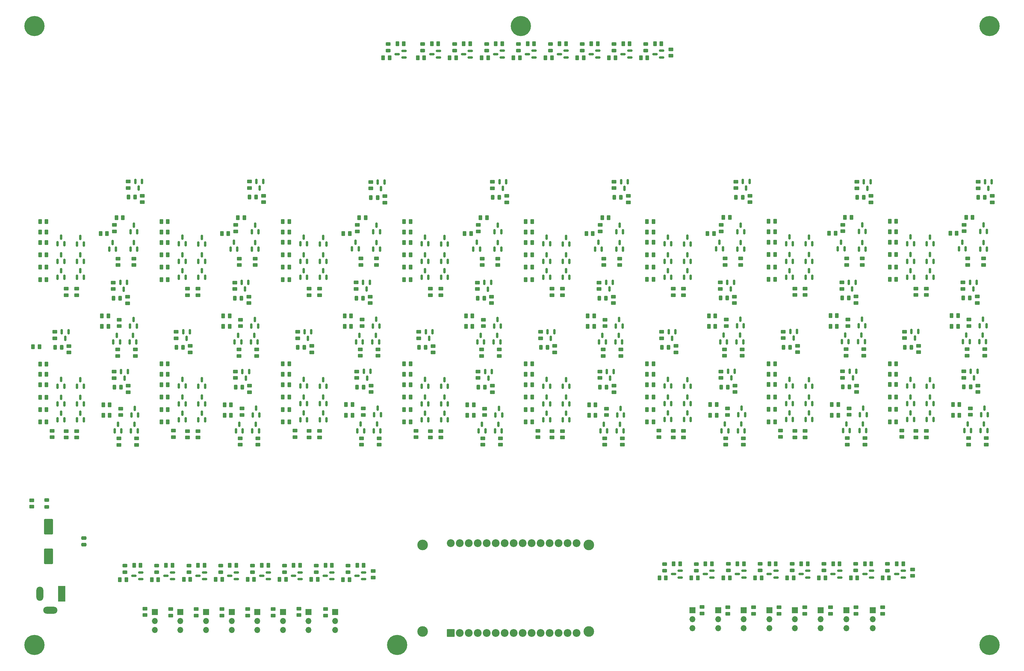
<source format=gbr>
%TF.GenerationSoftware,KiCad,Pcbnew,8.0.5*%
%TF.CreationDate,2024-10-12T11:29:23-07:00*%
%TF.ProjectId,C00000001,43303030-3030-4303-9031-2e6b69636164,A*%
%TF.SameCoordinates,Original*%
%TF.FileFunction,Soldermask,Top*%
%TF.FilePolarity,Negative*%
%FSLAX46Y46*%
G04 Gerber Fmt 4.6, Leading zero omitted, Abs format (unit mm)*
G04 Created by KiCad (PCBNEW 8.0.5) date 2024-10-12 11:29:23*
%MOMM*%
%LPD*%
G01*
G04 APERTURE LIST*
G04 Aperture macros list*
%AMRoundRect*
0 Rectangle with rounded corners*
0 $1 Rounding radius*
0 $2 $3 $4 $5 $6 $7 $8 $9 X,Y pos of 4 corners*
0 Add a 4 corners polygon primitive as box body*
4,1,4,$2,$3,$4,$5,$6,$7,$8,$9,$2,$3,0*
0 Add four circle primitives for the rounded corners*
1,1,$1+$1,$2,$3*
1,1,$1+$1,$4,$5*
1,1,$1+$1,$6,$7*
1,1,$1+$1,$8,$9*
0 Add four rect primitives between the rounded corners*
20,1,$1+$1,$2,$3,$4,$5,0*
20,1,$1+$1,$4,$5,$6,$7,0*
20,1,$1+$1,$6,$7,$8,$9,0*
20,1,$1+$1,$8,$9,$2,$3,0*%
G04 Aperture macros list end*
%ADD10RoundRect,0.150000X0.150000X-0.587500X0.150000X0.587500X-0.150000X0.587500X-0.150000X-0.587500X0*%
%ADD11RoundRect,0.250000X0.262500X0.450000X-0.262500X0.450000X-0.262500X-0.450000X0.262500X-0.450000X0*%
%ADD12RoundRect,0.250000X0.450000X-0.262500X0.450000X0.262500X-0.450000X0.262500X-0.450000X-0.262500X0*%
%ADD13RoundRect,0.150000X0.587500X0.150000X-0.587500X0.150000X-0.587500X-0.150000X0.587500X-0.150000X0*%
%ADD14RoundRect,0.243750X0.456250X-0.243750X0.456250X0.243750X-0.456250X0.243750X-0.456250X-0.243750X0*%
%ADD15C,5.700000*%
%ADD16RoundRect,0.250000X-0.450000X0.262500X-0.450000X-0.262500X0.450000X-0.262500X0.450000X0.262500X0*%
%ADD17RoundRect,0.243750X0.243750X0.456250X-0.243750X0.456250X-0.243750X-0.456250X0.243750X-0.456250X0*%
%ADD18RoundRect,0.250000X-0.262500X-0.450000X0.262500X-0.450000X0.262500X0.450000X-0.262500X0.450000X0*%
%ADD19RoundRect,0.150000X-0.150000X0.587500X-0.150000X-0.587500X0.150000X-0.587500X0.150000X0.587500X0*%
%ADD20C,3.000000*%
%ADD21RoundRect,0.102000X1.000000X-1.000000X1.000000X1.000000X-1.000000X1.000000X-1.000000X-1.000000X0*%
%ADD22C,2.204000*%
%ADD23R,1.700000X1.700000*%
%ADD24O,1.700000X1.700000*%
%ADD25RoundRect,0.250000X1.000000X-1.950000X1.000000X1.950000X-1.000000X1.950000X-1.000000X-1.950000X0*%
%ADD26RoundRect,0.250000X0.475000X-0.250000X0.475000X0.250000X-0.475000X0.250000X-0.475000X-0.250000X0*%
%ADD27R,2.000000X4.500000*%
%ADD28O,2.000000X4.000000*%
%ADD29O,4.000000X2.000000*%
G04 APERTURE END LIST*
D10*
%TO.C,Q117*%
X230721228Y-151198630D03*
X232621228Y-151198630D03*
X231671228Y-149323630D03*
%TD*%
D11*
%TO.C,R219*%
X240965399Y-146163764D03*
X239140399Y-146163764D03*
%TD*%
D12*
%TO.C,R55*%
X74988571Y-157605535D03*
X74988571Y-155780535D03*
%TD*%
D13*
%TO.C,Q23*%
X189187499Y-50138586D03*
X189187499Y-48238586D03*
X187312499Y-49188586D03*
%TD*%
D11*
%TO.C,R217*%
X240965399Y-153163764D03*
X239140399Y-153163764D03*
%TD*%
D12*
%TO.C,R152*%
X180848835Y-157600985D03*
X180848835Y-155775985D03*
%TD*%
D10*
%TO.C,Q57*%
X106831862Y-102807080D03*
X108731862Y-102807080D03*
X107781862Y-100932080D03*
%TD*%
D11*
%TO.C,R185*%
X206712415Y-153186539D03*
X204887415Y-153186539D03*
%TD*%
D10*
%TO.C,Q30*%
X78038571Y-143130535D03*
X79938571Y-143130535D03*
X78988571Y-141255535D03*
%TD*%
D11*
%TO.C,R171*%
X172311335Y-96538485D03*
X170486335Y-96538485D03*
%TD*%
D13*
%TO.C,Q13*%
X311596866Y-197165408D03*
X311596866Y-195265408D03*
X309721866Y-196215408D03*
%TD*%
D11*
%TO.C,R9*%
X159054342Y-193754075D03*
X157229342Y-193754075D03*
%TD*%
%TO.C,R189*%
X206712415Y-139736539D03*
X204887415Y-139736539D03*
%TD*%
D12*
%TO.C,R346*%
X263865399Y-119576264D03*
X263865399Y-117751264D03*
%TD*%
D14*
%TO.C,D24*%
X184749999Y-48188586D03*
X184749999Y-46313586D03*
%TD*%
D10*
%TO.C,Q69*%
X141161699Y-143041534D03*
X143061699Y-143041534D03*
X142111699Y-141166534D03*
%TD*%
D12*
%TO.C,R358*%
X332485389Y-119546633D03*
X332485389Y-117721633D03*
%TD*%
D14*
%TO.C,D6*%
X136664954Y-195687500D03*
X136664954Y-193812500D03*
%TD*%
D11*
%TO.C,R295*%
X309585389Y-109384133D03*
X307760389Y-109384133D03*
%TD*%
%TO.C,R103*%
X103694362Y-109432080D03*
X101869362Y-109432080D03*
%TD*%
D15*
%TO.C,H6*%
X203500000Y-41250000D03*
%TD*%
D12*
%TO.C,R38*%
X245894048Y-49666701D03*
X245894048Y-47841701D03*
%TD*%
D10*
%TO.C,Q97*%
X175448835Y-112313485D03*
X177348835Y-112313485D03*
X176398835Y-110438485D03*
%TD*%
D11*
%TO.C,R265*%
X275335389Y-102384133D03*
X273510389Y-102384133D03*
%TD*%
D10*
%TO.C,Q145*%
X259852899Y-130538764D03*
X261752899Y-130538764D03*
X260802899Y-128663764D03*
%TD*%
D13*
%TO.C,Q7*%
X123075567Y-197637500D03*
X123075567Y-195737500D03*
X121200567Y-196687500D03*
%TD*%
D10*
%TO.C,Q150*%
X264713873Y-99390290D03*
X266613873Y-99390290D03*
X265663873Y-97515290D03*
%TD*%
D16*
%TO.C,R351*%
X294434212Y-138891493D03*
X294434212Y-140716493D03*
%TD*%
D12*
%TO.C,R301*%
X334672889Y-134459133D03*
X334672889Y-132634133D03*
%TD*%
D17*
%TO.C,D50*%
X330422889Y-118134133D03*
X328547889Y-118134133D03*
%TD*%
D18*
%TO.C,R49*%
X174337500Y-50250000D03*
X176162500Y-50250000D03*
%TD*%
D12*
%TO.C,R382*%
X140750000Y-207825000D03*
X140750000Y-206000000D03*
%TD*%
%TO.C,R244*%
X260163873Y-99302790D03*
X260163873Y-97477790D03*
%TD*%
D16*
%TO.C,R347*%
X259865399Y-113751264D03*
X259865399Y-115576264D03*
%TD*%
D13*
%TO.C,Q5*%
X141102454Y-197637500D03*
X141102454Y-195737500D03*
X139227454Y-196687500D03*
%TD*%
D12*
%TO.C,R184*%
X215249915Y-157599039D03*
X215249915Y-155774039D03*
%TD*%
D11*
%TO.C,R263*%
X275335389Y-109384133D03*
X273510389Y-109384133D03*
%TD*%
D17*
%TO.C,D43*%
X262001722Y-143333624D03*
X260126722Y-143333624D03*
%TD*%
D18*
%TO.C,R24*%
X90161180Y-197764404D03*
X91986180Y-197764404D03*
%TD*%
D19*
%TO.C,Q196*%
X92188571Y-113755535D03*
X90288571Y-113755535D03*
X91238571Y-115630535D03*
%TD*%
D12*
%TO.C,R261*%
X283872889Y-117296633D03*
X283872889Y-115471633D03*
%TD*%
D10*
%TO.C,Q189*%
X333222889Y-126009133D03*
X335122889Y-126009133D03*
X334172889Y-124134133D03*
%TD*%
D11*
%TO.C,R220*%
X240965399Y-142663764D03*
X239140399Y-142663764D03*
%TD*%
D10*
%TO.C,Q178*%
X328844202Y-155646224D03*
X330744202Y-155646224D03*
X329794202Y-153771224D03*
%TD*%
D12*
%TO.C,R87*%
X109281862Y-157594580D03*
X109281862Y-155769580D03*
%TD*%
D11*
%TO.C,R282*%
X309585389Y-149634133D03*
X307760389Y-149634133D03*
%TD*%
D12*
%TO.C,R356*%
X332684212Y-144716493D03*
X332684212Y-142891493D03*
%TD*%
D11*
%TO.C,R155*%
X172311335Y-146188485D03*
X170486335Y-146188485D03*
%TD*%
D18*
%TO.C,R129*%
X154070512Y-151303625D03*
X155895512Y-151303625D03*
%TD*%
%TO.C,R225*%
X257011712Y-151300855D03*
X258836712Y-151300855D03*
%TD*%
D10*
%TO.C,Q50*%
X112331862Y-148057080D03*
X114231862Y-148057080D03*
X113281862Y-146182080D03*
%TD*%
D12*
%TO.C,R381*%
X133500000Y-207912500D03*
X133500000Y-206087500D03*
%TD*%
D19*
%TO.C,Q225*%
X96388571Y-85193035D03*
X94488571Y-85193035D03*
X95438571Y-87068035D03*
%TD*%
D17*
%TO.C,D28*%
X90437394Y-143362895D03*
X88562394Y-143362895D03*
%TD*%
D12*
%TO.C,R247*%
X280922889Y-157546633D03*
X280922889Y-155721633D03*
%TD*%
D18*
%TO.C,R161*%
X188357648Y-151325576D03*
X190182648Y-151325576D03*
%TD*%
%TO.C,R142*%
X153699199Y-126166534D03*
X155524199Y-126166534D03*
%TD*%
D11*
%TO.C,R251*%
X275335389Y-146134133D03*
X273510389Y-146134133D03*
%TD*%
D18*
%TO.C,R65*%
X85447384Y-151330126D03*
X87272384Y-151330126D03*
%TD*%
D10*
%TO.C,Q85*%
X161772673Y-104330560D03*
X163672673Y-104330560D03*
X162722673Y-102455560D03*
%TD*%
D11*
%TO.C,R254*%
X275335389Y-136734133D03*
X273510389Y-136734133D03*
%TD*%
%TO.C,R74*%
X69401071Y-99493035D03*
X67576071Y-99493035D03*
%TD*%
%TO.C,R44*%
X234251320Y-46235595D03*
X232426320Y-46235595D03*
%TD*%
D10*
%TO.C,Q78*%
X141161699Y-102791534D03*
X143061699Y-102791534D03*
X142111699Y-100916534D03*
%TD*%
D16*
%TO.C,R345*%
X260064222Y-138921124D03*
X260064222Y-140746124D03*
%TD*%
D11*
%TO.C,R35*%
X257503703Y-193289323D03*
X255678703Y-193289323D03*
%TD*%
D10*
%TO.C,Q103*%
X191198835Y-130563485D03*
X193098835Y-130563485D03*
X192148835Y-128688485D03*
%TD*%
D19*
%TO.C,Q194*%
X75638571Y-127693035D03*
X73738571Y-127693035D03*
X74688571Y-129568035D03*
%TD*%
D12*
%TO.C,R366*%
X233851071Y-91086785D03*
X233851071Y-89261785D03*
%TD*%
%TO.C,R278*%
X311172889Y-157449133D03*
X311172889Y-155624133D03*
%TD*%
%TO.C,R332*%
X195410158Y-144770845D03*
X195410158Y-142945845D03*
%TD*%
D10*
%TO.C,Q72*%
X146661699Y-143104034D03*
X148561699Y-143104034D03*
X147611699Y-141229034D03*
%TD*%
%TO.C,Q63*%
X127331862Y-126057080D03*
X129231862Y-126057080D03*
X128281862Y-124182080D03*
%TD*%
%TO.C,Q191*%
X327333863Y-104235659D03*
X329233863Y-104235659D03*
X328283863Y-102360659D03*
%TD*%
D12*
%TO.C,R114*%
X128392836Y-108821106D03*
X128392836Y-106996106D03*
%TD*%
D14*
%TO.C,D25*%
X193816841Y-48173096D03*
X193816841Y-46298096D03*
%TD*%
D11*
%TO.C,R249*%
X275335389Y-153134133D03*
X273510389Y-153134133D03*
%TD*%
D14*
%TO.C,D19*%
X211843727Y-48173095D03*
X211843727Y-46298095D03*
%TD*%
D11*
%TO.C,R190*%
X206712415Y-136786539D03*
X204887415Y-136786539D03*
%TD*%
D12*
%TO.C,R66*%
X90359884Y-151242626D03*
X90359884Y-149417626D03*
%TD*%
%TO.C,R128*%
X163483012Y-159628625D03*
X163483012Y-157803625D03*
%TD*%
D10*
%TO.C,Q106*%
X196059809Y-104352511D03*
X197959809Y-104352511D03*
X197009809Y-102477511D03*
%TD*%
D20*
%TO.C,U1*%
X175730000Y-212480000D03*
X222680000Y-212480000D03*
X175730000Y-187970000D03*
X222680000Y-187970000D03*
D21*
X183690000Y-212900000D03*
D22*
X186230000Y-212900000D03*
X188770000Y-212900000D03*
X191310000Y-212900000D03*
X193850000Y-212900000D03*
X196390000Y-212900000D03*
X198930000Y-212900000D03*
X201470000Y-212900000D03*
X204010000Y-212900000D03*
X206550000Y-212900000D03*
X209090000Y-212900000D03*
X211630000Y-212900000D03*
X214170000Y-212900000D03*
X216710000Y-212900000D03*
X219250000Y-212900000D03*
X219250000Y-187500000D03*
X216710000Y-187500000D03*
X214170000Y-187500000D03*
X211630000Y-187500000D03*
X209090000Y-187500000D03*
X206550000Y-187500000D03*
X204010000Y-187500000D03*
X201470000Y-187500000D03*
X198930000Y-187500000D03*
X196390000Y-187500000D03*
X193850000Y-187500000D03*
X191310000Y-187500000D03*
X188770000Y-187500000D03*
X186230000Y-187500000D03*
X183690000Y-187500000D03*
%TD*%
D10*
%TO.C,Q80*%
X146661699Y-107791534D03*
X148561699Y-107791534D03*
X147611699Y-105916534D03*
%TD*%
D12*
%TO.C,R68*%
X74988571Y-117355535D03*
X74988571Y-115530535D03*
%TD*%
D23*
%TO.C,SW7*%
X259250000Y-206460000D03*
D24*
X259250000Y-209000000D03*
X259250000Y-211540000D03*
%TD*%
D10*
%TO.C,Q53*%
X127578175Y-155694171D03*
X129478175Y-155694171D03*
X128528175Y-153819171D03*
%TD*%
D13*
%TO.C,Q24*%
X198254341Y-50123096D03*
X198254341Y-48223096D03*
X196379341Y-49173096D03*
%TD*%
D11*
%TO.C,R186*%
X206712415Y-149686539D03*
X204887415Y-149686539D03*
%TD*%
D10*
%TO.C,Q140*%
X249602899Y-112288764D03*
X251502899Y-112288764D03*
X250552899Y-110413764D03*
%TD*%
D12*
%TO.C,R113*%
X123942836Y-108821106D03*
X123942836Y-106996106D03*
%TD*%
%TO.C,R352*%
X298235389Y-119546633D03*
X298235389Y-117721633D03*
%TD*%
D10*
%TO.C,Q134*%
X249602899Y-148038764D03*
X251502899Y-148038764D03*
X250552899Y-146163764D03*
%TD*%
%TO.C,Q111*%
X209849915Y-143061539D03*
X211749915Y-143061539D03*
X210799915Y-141186539D03*
%TD*%
D19*
%TO.C,Q223*%
X302376071Y-85255535D03*
X300476071Y-85255535D03*
X301426071Y-87130535D03*
%TD*%
D25*
%TO.C,C1*%
X70000000Y-191200000D03*
X70000000Y-182800000D03*
%TD*%
D11*
%TO.C,R6*%
X293594978Y-193273833D03*
X291769978Y-193273833D03*
%TD*%
D10*
%TO.C,Q92*%
X180948835Y-148063485D03*
X182848835Y-148063485D03*
X181898835Y-146188485D03*
%TD*%
%TO.C,Q160*%
X278472889Y-112259133D03*
X280372889Y-112259133D03*
X279422889Y-110384133D03*
%TD*%
D19*
%TO.C,Q204*%
X195297658Y-138920845D03*
X193397658Y-138920845D03*
X194347658Y-140795845D03*
%TD*%
D18*
%TO.C,R243*%
X256251373Y-99890290D03*
X258076373Y-99890290D03*
%TD*%
D14*
%TO.C,D2*%
X289182478Y-195211333D03*
X289182478Y-193336333D03*
%TD*%
D12*
%TO.C,R197*%
X215249915Y-117349039D03*
X215249915Y-115524039D03*
%TD*%
D11*
%TO.C,R104*%
X103694362Y-105932080D03*
X101869362Y-105932080D03*
%TD*%
D10*
%TO.C,Q128*%
X224460889Y-104288065D03*
X226360889Y-104288065D03*
X225410889Y-102413065D03*
%TD*%
D16*
%TO.C,R355*%
X311935389Y-127659133D03*
X311935389Y-129484133D03*
%TD*%
D11*
%TO.C,R19*%
X123050567Y-193750000D03*
X121225567Y-193750000D03*
%TD*%
D12*
%TO.C,R7*%
X161717728Y-197181106D03*
X161717728Y-195356106D03*
%TD*%
D10*
%TO.C,Q108*%
X196059809Y-99415011D03*
X197959809Y-99415011D03*
X197009809Y-97540011D03*
%TD*%
D16*
%TO.C,R367*%
X229851071Y-85261785D03*
X229851071Y-87086785D03*
%TD*%
D10*
%TO.C,Q25*%
X72538571Y-152568035D03*
X74438571Y-152568035D03*
X73488571Y-150693035D03*
%TD*%
D11*
%TO.C,R253*%
X275335389Y-139684133D03*
X273510389Y-139684133D03*
%TD*%
D10*
%TO.C,Q37*%
X72538571Y-107818035D03*
X74438571Y-107818035D03*
X73488571Y-105943035D03*
%TD*%
D13*
%TO.C,Q19*%
X234276320Y-50123095D03*
X234276320Y-48223095D03*
X232401320Y-49173095D03*
%TD*%
D12*
%TO.C,R292*%
X315172889Y-117296633D03*
X315172889Y-115471633D03*
%TD*%
D10*
%TO.C,Q95*%
X196195148Y-155700576D03*
X198095148Y-155700576D03*
X197145148Y-153825576D03*
%TD*%
%TO.C,Q33*%
X93409884Y-151205126D03*
X95309884Y-151205126D03*
X94359884Y-149330126D03*
%TD*%
D12*
%TO.C,R242*%
X265663873Y-108802790D03*
X265663873Y-106977790D03*
%TD*%
D18*
%TO.C,R275*%
X290621363Y-99860659D03*
X292446363Y-99860659D03*
%TD*%
D10*
%TO.C,Q65*%
X121442836Y-104283606D03*
X123342836Y-104283606D03*
X122392836Y-102408606D03*
%TD*%
D14*
%TO.C,D8*%
X118638067Y-195687500D03*
X118638067Y-193812500D03*
%TD*%
D11*
%TO.C,R153*%
X172311335Y-153188485D03*
X170486335Y-153188485D03*
%TD*%
D10*
%TO.C,Q98*%
X180948835Y-112313485D03*
X182848835Y-112313485D03*
X181898835Y-110438485D03*
%TD*%
D11*
%TO.C,R169*%
X172311335Y-102438485D03*
X170486335Y-102438485D03*
%TD*%
D10*
%TO.C,Q122*%
X215349915Y-107811539D03*
X217249915Y-107811539D03*
X216299915Y-105936539D03*
%TD*%
D18*
%TO.C,R174*%
X187986335Y-126188485D03*
X189811335Y-126188485D03*
%TD*%
%TO.C,R179*%
X187597309Y-99915011D03*
X189422309Y-99915011D03*
%TD*%
D10*
%TO.C,Q44*%
X87149545Y-104294561D03*
X89049545Y-104294561D03*
X88099545Y-102419561D03*
%TD*%
%TO.C,Q136*%
X260224212Y-155675855D03*
X262124212Y-155675855D03*
X261174212Y-153800855D03*
%TD*%
D13*
%TO.C,Q22*%
X180187500Y-50137500D03*
X180187500Y-48237500D03*
X178312500Y-49187500D03*
%TD*%
D18*
%TO.C,R144*%
X153699199Y-123166534D03*
X155524199Y-123166534D03*
%TD*%
D19*
%TO.C,Q218*%
X130638571Y-85193035D03*
X128738571Y-85193035D03*
X129688571Y-87068035D03*
%TD*%
D14*
%TO.C,D23*%
X175750000Y-48187500D03*
X175750000Y-46312500D03*
%TD*%
D10*
%TO.C,Q152*%
X283972889Y-152509133D03*
X285872889Y-152509133D03*
X284922889Y-150634133D03*
%TD*%
D18*
%TO.C,R78*%
X85076071Y-126193035D03*
X86901071Y-126193035D03*
%TD*%
D16*
%TO.C,R390*%
X262000000Y-205587500D03*
X262000000Y-207412500D03*
%TD*%
D10*
%TO.C,Q169*%
X299083863Y-104298159D03*
X300983863Y-104298159D03*
X300033863Y-102423159D03*
%TD*%
D11*
%TO.C,R70*%
X69401071Y-112943035D03*
X67576071Y-112943035D03*
%TD*%
D12*
%TO.C,R370*%
X302488571Y-91105535D03*
X302488571Y-89280535D03*
%TD*%
D11*
%TO.C,R156*%
X172311335Y-142688485D03*
X170486335Y-142688485D03*
%TD*%
D15*
%TO.C,H5*%
X168500000Y-216250000D03*
%TD*%
D12*
%TO.C,R316*%
X92301071Y-119605535D03*
X92301071Y-117780535D03*
%TD*%
D10*
%TO.C,Q86*%
X155772673Y-104268060D03*
X157672673Y-104268060D03*
X156722673Y-102393060D03*
%TD*%
D16*
%TO.C,R386*%
X291000000Y-205587500D03*
X291000000Y-207412500D03*
%TD*%
D11*
%TO.C,R158*%
X172311335Y-136788485D03*
X170486335Y-136788485D03*
%TD*%
D10*
%TO.C,Q119*%
X215349915Y-112311539D03*
X217249915Y-112311539D03*
X216299915Y-110436539D03*
%TD*%
D11*
%TO.C,R27*%
X302592524Y-193273833D03*
X300767524Y-193273833D03*
%TD*%
D18*
%TO.C,R307*%
X324871363Y-99860659D03*
X326696363Y-99860659D03*
%TD*%
D10*
%TO.C,Q175*%
X312722889Y-148009133D03*
X314622889Y-148009133D03*
X313672889Y-146134133D03*
%TD*%
D16*
%TO.C,R365*%
X195488571Y-85280535D03*
X195488571Y-87105535D03*
%TD*%
D10*
%TO.C,Q83*%
X161536699Y-130541534D03*
X163436699Y-130541534D03*
X162486699Y-128666534D03*
%TD*%
D12*
%TO.C,R271*%
X295922889Y-126046633D03*
X295922889Y-124221633D03*
%TD*%
D13*
%TO.C,Q8*%
X114078021Y-197637500D03*
X114078021Y-195737500D03*
X112203021Y-196687500D03*
%TD*%
D11*
%TO.C,R170*%
X172311335Y-99488485D03*
X170486335Y-99488485D03*
%TD*%
D12*
%TO.C,R88*%
X112231862Y-157594580D03*
X112231862Y-155769580D03*
%TD*%
D11*
%TO.C,R75*%
X69401071Y-96543035D03*
X67576071Y-96543035D03*
%TD*%
%TO.C,R21*%
X114053021Y-193750000D03*
X112228021Y-193750000D03*
%TD*%
D17*
%TO.C,D54*%
X231788571Y-89674285D03*
X229913571Y-89674285D03*
%TD*%
D11*
%TO.C,R25*%
X95986180Y-193764404D03*
X94161180Y-193764404D03*
%TD*%
D10*
%TO.C,Q74*%
X161908012Y-155678625D03*
X163808012Y-155678625D03*
X162858012Y-153803625D03*
%TD*%
D18*
%TO.C,R147*%
X153310173Y-99893060D03*
X155135173Y-99893060D03*
%TD*%
D19*
%TO.C,Q220*%
X199376071Y-85255535D03*
X197476071Y-85255535D03*
X198426071Y-87130535D03*
%TD*%
D16*
%TO.C,R329*%
X156924199Y-113754034D03*
X156924199Y-115579034D03*
%TD*%
%TO.C,R357*%
X328684212Y-138891493D03*
X328684212Y-140716493D03*
%TD*%
D10*
%TO.C,Q90*%
X175448835Y-143063485D03*
X177348835Y-143063485D03*
X176398835Y-141188485D03*
%TD*%
%TO.C,Q129*%
X230460889Y-99413065D03*
X232360889Y-99413065D03*
X231410889Y-97538065D03*
%TD*%
D16*
%TO.C,R353*%
X294235389Y-113721633D03*
X294235389Y-115546633D03*
%TD*%
D12*
%TO.C,R175*%
X192898835Y-126100985D03*
X192898835Y-124275985D03*
%TD*%
D11*
%TO.C,R122*%
X138024199Y-149666534D03*
X136199199Y-149666534D03*
%TD*%
D10*
%TO.C,Q96*%
X196320148Y-151200576D03*
X198220148Y-151200576D03*
X197270148Y-149325576D03*
%TD*%
D18*
%TO.C,R26*%
X296767524Y-197273833D03*
X298592524Y-197273833D03*
%TD*%
D12*
%TO.C,R318*%
X110044362Y-133532080D03*
X110044362Y-131707080D03*
%TD*%
D16*
%TO.C,R375*%
X92501071Y-85218035D03*
X92501071Y-87043035D03*
%TD*%
D14*
%TO.C,D1*%
X69500000Y-177187500D03*
X69500000Y-175312500D03*
%TD*%
D18*
%TO.C,R47*%
X237405662Y-50239670D03*
X239230662Y-50239670D03*
%TD*%
D19*
%TO.C,Q199*%
X126481862Y-113744580D03*
X124581862Y-113744580D03*
X125531862Y-115619580D03*
%TD*%
D11*
%TO.C,R296*%
X309585389Y-105884133D03*
X307760389Y-105884133D03*
%TD*%
D18*
%TO.C,R227*%
X257011712Y-148300855D03*
X258836712Y-148300855D03*
%TD*%
D12*
%TO.C,R360*%
X130751071Y-91043035D03*
X130751071Y-89218035D03*
%TD*%
%TO.C,R100*%
X109281862Y-117344580D03*
X109281862Y-115519580D03*
%TD*%
D19*
%TO.C,Q209*%
X247202899Y-127663764D03*
X245302899Y-127663764D03*
X246252899Y-129538764D03*
%TD*%
D12*
%TO.C,R256*%
X300794202Y-159596224D03*
X300794202Y-157771224D03*
%TD*%
%TO.C,R348*%
X281685389Y-133484133D03*
X281685389Y-131659133D03*
%TD*%
D10*
%TO.C,Q149*%
X258713873Y-104265290D03*
X260613873Y-104265290D03*
X259663873Y-102390290D03*
%TD*%
D12*
%TO.C,R269*%
X300422889Y-134459133D03*
X300422889Y-132634133D03*
%TD*%
D10*
%TO.C,Q39*%
X78038571Y-102880535D03*
X79938571Y-102880535D03*
X78988571Y-101005535D03*
%TD*%
D14*
%TO.C,D7*%
X127667407Y-195687500D03*
X127667407Y-193812500D03*
%TD*%
D10*
%TO.C,Q180*%
X333594202Y-151146224D03*
X335494202Y-151146224D03*
X334544202Y-149271224D03*
%TD*%
D19*
%TO.C,Q208*%
X229499915Y-113749039D03*
X227599915Y-113749039D03*
X228549915Y-115624039D03*
%TD*%
D12*
%TO.C,R214*%
X242552899Y-157478764D03*
X242552899Y-155653764D03*
%TD*%
D18*
%TO.C,R8*%
X153229342Y-197754075D03*
X155054342Y-197754075D03*
%TD*%
D10*
%TO.C,Q168*%
X298972889Y-126009133D03*
X300872889Y-126009133D03*
X299922889Y-124134133D03*
%TD*%
D17*
%TO.C,D55*%
X266188571Y-89655535D03*
X264313571Y-89655535D03*
%TD*%
D10*
%TO.C,Q181*%
X312722889Y-112259133D03*
X314622889Y-112259133D03*
X313672889Y-110384133D03*
%TD*%
D14*
%TO.C,D21*%
X202814387Y-48173096D03*
X202814387Y-46298096D03*
%TD*%
D12*
%TO.C,R338*%
X229811238Y-144768899D03*
X229811238Y-142943899D03*
%TD*%
D16*
%TO.C,R331*%
X174661335Y-127713485D03*
X174661335Y-129538485D03*
%TD*%
D12*
%TO.C,R274*%
X300033863Y-108773159D03*
X300033863Y-106948159D03*
%TD*%
D17*
%TO.C,D27*%
X73688571Y-132130535D03*
X71813571Y-132130535D03*
%TD*%
D12*
%TO.C,R314*%
X92499894Y-144775395D03*
X92499894Y-142950395D03*
%TD*%
%TO.C,R376*%
X97250000Y-207825000D03*
X97250000Y-206000000D03*
%TD*%
D10*
%TO.C,Q32*%
X93284884Y-155705126D03*
X95184884Y-155705126D03*
X94234884Y-153830126D03*
%TD*%
%TO.C,Q48*%
X106831862Y-143057080D03*
X108731862Y-143057080D03*
X107781862Y-141182080D03*
%TD*%
%TO.C,Q52*%
X122953175Y-155694171D03*
X124853175Y-155694171D03*
X123903175Y-153819171D03*
%TD*%
%TO.C,Q172*%
X312722889Y-152509133D03*
X314622889Y-152509133D03*
X313672889Y-150634133D03*
%TD*%
D11*
%TO.C,R31*%
X311571866Y-193277908D03*
X309746866Y-193277908D03*
%TD*%
D10*
%TO.C,Q183*%
X312722889Y-102759133D03*
X314622889Y-102759133D03*
X313672889Y-100884133D03*
%TD*%
D12*
%TO.C,R118*%
X139611699Y-157481534D03*
X139611699Y-155656534D03*
%TD*%
D10*
%TO.C,Q179*%
X333469202Y-155646224D03*
X335369202Y-155646224D03*
X334419202Y-153771224D03*
%TD*%
D12*
%TO.C,R159*%
X192770148Y-159650576D03*
X192770148Y-157825576D03*
%TD*%
D16*
%TO.C,R343*%
X243315399Y-127688764D03*
X243315399Y-129513764D03*
%TD*%
D11*
%TO.C,R267*%
X275335389Y-96484133D03*
X273510389Y-96484133D03*
%TD*%
D10*
%TO.C,Q132*%
X244102899Y-143038764D03*
X246002899Y-143038764D03*
X245052899Y-141163764D03*
%TD*%
D18*
%TO.C,R45*%
X201401887Y-50235596D03*
X203226887Y-50235596D03*
%TD*%
D12*
%TO.C,R109*%
X128781862Y-134507080D03*
X128781862Y-132682080D03*
%TD*%
D11*
%TO.C,R266*%
X275335389Y-99434133D03*
X273510389Y-99434133D03*
%TD*%
D10*
%TO.C,Q143*%
X249602899Y-107788764D03*
X251502899Y-107788764D03*
X250552899Y-105913764D03*
%TD*%
%TO.C,Q192*%
X333333863Y-99360659D03*
X335233863Y-99360659D03*
X334283863Y-97485659D03*
%TD*%
D12*
%TO.C,R374*%
X96501071Y-91043035D03*
X96501071Y-89218035D03*
%TD*%
D11*
%TO.C,R234*%
X240965399Y-99463764D03*
X239140399Y-99463764D03*
%TD*%
D19*
%TO.C,Q206*%
X212949915Y-127686539D03*
X211049915Y-127686539D03*
X211999915Y-129561539D03*
%TD*%
D18*
%TO.C,R213*%
X226498389Y-95413065D03*
X228323389Y-95413065D03*
%TD*%
D12*
%TO.C,R303*%
X330172889Y-126046633D03*
X330172889Y-124221633D03*
%TD*%
D23*
%TO.C,SW2*%
X295500000Y-206460000D03*
D24*
X295500000Y-209000000D03*
X295500000Y-211540000D03*
%TD*%
D19*
%TO.C,Q214*%
X298122889Y-113696633D03*
X296222889Y-113696633D03*
X297172889Y-115571633D03*
%TD*%
D10*
%TO.C,Q71*%
X146661699Y-148041534D03*
X148561699Y-148041534D03*
X147611699Y-146166534D03*
%TD*%
D17*
%TO.C,D40*%
X227748738Y-143356399D03*
X225873738Y-143356399D03*
%TD*%
D10*
%TO.C,Q94*%
X191570148Y-155700576D03*
X193470148Y-155700576D03*
X192520148Y-153825576D03*
%TD*%
D18*
%TO.C,R272*%
X291010389Y-123134133D03*
X292835389Y-123134133D03*
%TD*%
D23*
%TO.C,SW3*%
X288250000Y-206460000D03*
D24*
X288250000Y-209000000D03*
X288250000Y-211540000D03*
%TD*%
D12*
%TO.C,R383*%
X148250000Y-207912500D03*
X148250000Y-206087500D03*
%TD*%
D10*
%TO.C,Q159*%
X299344202Y-151146224D03*
X301244202Y-151146224D03*
X300294202Y-149271224D03*
%TD*%
D12*
%TO.C,R177*%
X192559809Y-108827511D03*
X192559809Y-107002511D03*
%TD*%
%TO.C,R364*%
X199488571Y-91105535D03*
X199488571Y-89280535D03*
%TD*%
D10*
%TO.C,Q112*%
X209849915Y-148061539D03*
X211749915Y-148061539D03*
X210799915Y-146186539D03*
%TD*%
D11*
%TO.C,R134*%
X138024199Y-112916534D03*
X136199199Y-112916534D03*
%TD*%
D10*
%TO.C,Q62*%
X127206862Y-130557080D03*
X129106862Y-130557080D03*
X128156862Y-128682080D03*
%TD*%
D16*
%TO.C,R321*%
X122793185Y-138939440D03*
X122793185Y-140764440D03*
%TD*%
D10*
%TO.C,Q68*%
X146661699Y-152541534D03*
X148561699Y-152541534D03*
X147611699Y-150666534D03*
%TD*%
%TO.C,Q161*%
X283972889Y-112259133D03*
X285872889Y-112259133D03*
X284922889Y-110384133D03*
%TD*%
D23*
%TO.C,SW10*%
X143500000Y-206975000D03*
D24*
X143500000Y-209515000D03*
X143500000Y-212055000D03*
%TD*%
D11*
%TO.C,R252*%
X275335389Y-142634133D03*
X273510389Y-142634133D03*
%TD*%
%TO.C,R232*%
X240965399Y-105913764D03*
X239140399Y-105913764D03*
%TD*%
D12*
%TO.C,R239*%
X261552899Y-126076264D03*
X261552899Y-124251264D03*
%TD*%
D11*
%TO.C,R139*%
X138024199Y-96516534D03*
X136199199Y-96516534D03*
%TD*%
D10*
%TO.C,Q107*%
X190059809Y-104290011D03*
X191959809Y-104290011D03*
X191009809Y-102415011D03*
%TD*%
%TO.C,Q174*%
X312722889Y-143009133D03*
X314622889Y-143009133D03*
X313672889Y-141134133D03*
%TD*%
D18*
%TO.C,R39*%
X219428774Y-50235595D03*
X221253774Y-50235595D03*
%TD*%
D12*
%TO.C,R306*%
X334283863Y-108773159D03*
X334283863Y-106948159D03*
%TD*%
D11*
%TO.C,R202*%
X206712415Y-99486539D03*
X204887415Y-99486539D03*
%TD*%
%TO.C,R13*%
X150075000Y-193750000D03*
X148250000Y-193750000D03*
%TD*%
D12*
%TO.C,R380*%
X126250000Y-207912500D03*
X126250000Y-206087500D03*
%TD*%
D18*
%TO.C,R245*%
X260751373Y-95390290D03*
X262576373Y-95390290D03*
%TD*%
D11*
%TO.C,R57*%
X69401071Y-153193035D03*
X67576071Y-153193035D03*
%TD*%
D12*
%TO.C,R223*%
X261424212Y-159625855D03*
X261424212Y-157800855D03*
%TD*%
%TO.C,R130*%
X158983012Y-151216125D03*
X158983012Y-149391125D03*
%TD*%
%TO.C,R354*%
X315935389Y-133484133D03*
X315935389Y-131659133D03*
%TD*%
%TO.C,R56*%
X77938571Y-157605535D03*
X77938571Y-155780535D03*
%TD*%
%TO.C,R81*%
X89649545Y-108832061D03*
X89649545Y-107007061D03*
%TD*%
D11*
%TO.C,R11*%
X284597431Y-193273833D03*
X282772431Y-193273833D03*
%TD*%
D10*
%TO.C,Q185*%
X318222889Y-107759133D03*
X320122889Y-107759133D03*
X319172889Y-105884133D03*
%TD*%
%TO.C,Q170*%
X293083863Y-104235659D03*
X294983863Y-104235659D03*
X294033863Y-102360659D03*
%TD*%
D12*
%TO.C,R207*%
X227299915Y-126099039D03*
X227299915Y-124274039D03*
%TD*%
%TO.C,R258*%
X296294202Y-151183724D03*
X296294202Y-149358724D03*
%TD*%
D16*
%TO.C,R363*%
X161051071Y-85343035D03*
X161051071Y-87168035D03*
%TD*%
D10*
%TO.C,Q29*%
X78038571Y-148068035D03*
X79938571Y-148068035D03*
X78988571Y-146193035D03*
%TD*%
D16*
%TO.C,R335*%
X191211335Y-113775985D03*
X191211335Y-115600985D03*
%TD*%
D10*
%TO.C,Q142*%
X244102899Y-107788764D03*
X246002899Y-107788764D03*
X245052899Y-105913764D03*
%TD*%
%TO.C,Q123*%
X215349915Y-102874039D03*
X217249915Y-102874039D03*
X216299915Y-100999039D03*
%TD*%
D12*
%TO.C,R76*%
X89488571Y-134518035D03*
X89488571Y-132693035D03*
%TD*%
D19*
%TO.C,Q197*%
X109931862Y-127682080D03*
X108031862Y-127682080D03*
X108981862Y-129557080D03*
%TD*%
D18*
%TO.C,R99*%
X119740675Y-148319171D03*
X121565675Y-148319171D03*
%TD*%
D10*
%TO.C,Q163*%
X278472889Y-107759133D03*
X280372889Y-107759133D03*
X279422889Y-105884133D03*
%TD*%
D17*
%TO.C,D52*%
X162988571Y-89755535D03*
X161113571Y-89755535D03*
%TD*%
D19*
%TO.C,Q219*%
X164938571Y-85318035D03*
X163038571Y-85318035D03*
X163988571Y-87193035D03*
%TD*%
D10*
%TO.C,Q82*%
X156911699Y-130541534D03*
X158811699Y-130541534D03*
X157861699Y-128666534D03*
%TD*%
D19*
%TO.C,Q213*%
X298321712Y-138866493D03*
X296421712Y-138866493D03*
X297371712Y-140741493D03*
%TD*%
D14*
%TO.C,D20*%
X229838820Y-48173095D03*
X229838820Y-46298095D03*
%TD*%
D12*
%TO.C,R326*%
X161123022Y-144748894D03*
X161123022Y-142923894D03*
%TD*%
D11*
%TO.C,R284*%
X309585389Y-142634133D03*
X307760389Y-142634133D03*
%TD*%
D16*
%TO.C,R313*%
X71751071Y-127718035D03*
X71751071Y-129543035D03*
%TD*%
D12*
%TO.C,R3*%
X70988571Y-157508035D03*
X70988571Y-155683035D03*
%TD*%
%TO.C,R378*%
X111750000Y-207912500D03*
X111750000Y-206087500D03*
%TD*%
D18*
%TO.C,R208*%
X222387415Y-123186539D03*
X224212415Y-123186539D03*
%TD*%
D12*
%TO.C,R224*%
X266424212Y-159625855D03*
X266424212Y-157800855D03*
%TD*%
%TO.C,R82*%
X94099545Y-108832061D03*
X94099545Y-107007061D03*
%TD*%
D10*
%TO.C,Q171*%
X299083863Y-99360659D03*
X300983863Y-99360659D03*
X300033863Y-97485659D03*
%TD*%
D12*
%TO.C,R162*%
X193270148Y-151238076D03*
X193270148Y-149413076D03*
%TD*%
D18*
%TO.C,R97*%
X119740675Y-151319171D03*
X121565675Y-151319171D03*
%TD*%
D16*
%TO.C,R361*%
X126751071Y-85218035D03*
X126751071Y-87043035D03*
%TD*%
D10*
%TO.C,Q89*%
X180948835Y-152563485D03*
X182848835Y-152563485D03*
X181898835Y-150688485D03*
%TD*%
D18*
%TO.C,R67*%
X85447384Y-148330126D03*
X87272384Y-148330126D03*
%TD*%
D11*
%TO.C,R138*%
X138024199Y-99466534D03*
X136199199Y-99466534D03*
%TD*%
D10*
%TO.C,Q124*%
X225599915Y-130561539D03*
X227499915Y-130561539D03*
X226549915Y-128686539D03*
%TD*%
D13*
%TO.C,Q193*%
X170437500Y-50137500D03*
X170437500Y-48237500D03*
X168562500Y-49187500D03*
%TD*%
D11*
%TO.C,R92*%
X103694362Y-142682080D03*
X101869362Y-142682080D03*
%TD*%
%TO.C,R222*%
X240965399Y-136763764D03*
X239140399Y-136763764D03*
%TD*%
D23*
%TO.C,SW8*%
X252000000Y-206460000D03*
D24*
X252000000Y-209000000D03*
X252000000Y-211540000D03*
%TD*%
D11*
%TO.C,R72*%
X69401071Y-105943035D03*
X67576071Y-105943035D03*
%TD*%
D19*
%TO.C,Q207*%
X229698738Y-138918899D03*
X227798738Y-138918899D03*
X228748738Y-140793899D03*
%TD*%
D10*
%TO.C,Q151*%
X278472889Y-152509133D03*
X280372889Y-152509133D03*
X279422889Y-150634133D03*
%TD*%
D11*
%TO.C,R89*%
X103694362Y-153182080D03*
X101869362Y-153182080D03*
%TD*%
D12*
%TO.C,R84*%
X88599545Y-99332061D03*
X88599545Y-97507061D03*
%TD*%
%TO.C,R293*%
X318122889Y-117296633D03*
X318122889Y-115471633D03*
%TD*%
D10*
%TO.C,Q144*%
X249602899Y-102851264D03*
X251502899Y-102851264D03*
X250552899Y-100976264D03*
%TD*%
D18*
%TO.C,R277*%
X295121363Y-95360659D03*
X296946363Y-95360659D03*
%TD*%
D11*
%TO.C,R198*%
X206712415Y-112936539D03*
X204887415Y-112936539D03*
%TD*%
%TO.C,R107*%
X103694362Y-96532080D03*
X101869362Y-96532080D03*
%TD*%
D12*
%TO.C,R172*%
X192398835Y-134513485D03*
X192398835Y-132688485D03*
%TD*%
%TO.C,R132*%
X143611699Y-117329034D03*
X143611699Y-115504034D03*
%TD*%
D11*
%TO.C,R42*%
X216256227Y-46235595D03*
X214431227Y-46235595D03*
%TD*%
D18*
%TO.C,R309*%
X329371363Y-95360659D03*
X331196363Y-95360659D03*
%TD*%
D10*
%TO.C,Q43*%
X93149545Y-104357061D03*
X95049545Y-104357061D03*
X94099545Y-102482061D03*
%TD*%
%TO.C,Q27*%
X72538571Y-143068035D03*
X74438571Y-143068035D03*
X73488571Y-141193035D03*
%TD*%
D17*
%TO.C,D46*%
X296371712Y-143303993D03*
X294496712Y-143303993D03*
%TD*%
D11*
%TO.C,R105*%
X103694362Y-102432080D03*
X101869362Y-102432080D03*
%TD*%
D17*
%TO.C,D45*%
X279622889Y-132071633D03*
X277747889Y-132071633D03*
%TD*%
D10*
%TO.C,Q153*%
X278472889Y-143009133D03*
X280372889Y-143009133D03*
X279422889Y-141134133D03*
%TD*%
D16*
%TO.C,R327*%
X157123022Y-138923894D03*
X157123022Y-140748894D03*
%TD*%
D10*
%TO.C,Q28*%
X72538571Y-148068035D03*
X74438571Y-148068035D03*
X73488571Y-146193035D03*
%TD*%
D26*
%TO.C,C2*%
X80000000Y-187900000D03*
X80000000Y-186000000D03*
%TD*%
D10*
%TO.C,Q35*%
X78038571Y-112318035D03*
X79938571Y-112318035D03*
X78988571Y-110443035D03*
%TD*%
D12*
%TO.C,R246*%
X276922889Y-157449133D03*
X276922889Y-155624133D03*
%TD*%
%TO.C,R120*%
X146561699Y-157579034D03*
X146561699Y-155754034D03*
%TD*%
D13*
%TO.C,Q16*%
X266595545Y-197161333D03*
X266595545Y-195261333D03*
X264720545Y-196211333D03*
%TD*%
D10*
%TO.C,Q188*%
X333097889Y-130509133D03*
X334997889Y-130509133D03*
X334047889Y-128634133D03*
%TD*%
D18*
%TO.C,R149*%
X157810173Y-95393060D03*
X159635173Y-95393060D03*
%TD*%
%TO.C,R36*%
X260745545Y-197273833D03*
X262570545Y-197273833D03*
%TD*%
D14*
%TO.C,D4*%
X280184931Y-195211333D03*
X280184931Y-193336333D03*
%TD*%
D12*
%TO.C,R216*%
X249502899Y-157576264D03*
X249502899Y-155751264D03*
%TD*%
D11*
%TO.C,R94*%
X103694362Y-136782080D03*
X101869362Y-136782080D03*
%TD*%
D10*
%TO.C,Q127*%
X230460889Y-104350565D03*
X232360889Y-104350565D03*
X231410889Y-102475565D03*
%TD*%
%TO.C,Q187*%
X328472889Y-130509133D03*
X330372889Y-130509133D03*
X329422889Y-128634133D03*
%TD*%
%TO.C,Q70*%
X141161699Y-148041534D03*
X143061699Y-148041534D03*
X142111699Y-146166534D03*
%TD*%
D18*
%TO.C,R259*%
X291381702Y-148271224D03*
X293206702Y-148271224D03*
%TD*%
D12*
%TO.C,R215*%
X246552899Y-157576264D03*
X246552899Y-155751264D03*
%TD*%
D11*
%TO.C,R167*%
X172311335Y-109438485D03*
X170486335Y-109438485D03*
%TD*%
%TO.C,R62*%
X69401071Y-136793035D03*
X67576071Y-136793035D03*
%TD*%
D12*
%TO.C,R255*%
X295794202Y-159596224D03*
X295794202Y-157771224D03*
%TD*%
D11*
%TO.C,R286*%
X309585389Y-136734133D03*
X307760389Y-136734133D03*
%TD*%
%TO.C,R46*%
X207226887Y-46235596D03*
X205401887Y-46235596D03*
%TD*%
D19*
%TO.C,Q215*%
X315822889Y-127634133D03*
X313922889Y-127634133D03*
X314872889Y-129509133D03*
%TD*%
D10*
%TO.C,Q64*%
X127442836Y-104346106D03*
X129342836Y-104346106D03*
X128392836Y-102471106D03*
%TD*%
D11*
%TO.C,R311*%
X170412500Y-46250000D03*
X168587500Y-46250000D03*
%TD*%
D10*
%TO.C,Q56*%
X112331862Y-112307080D03*
X114231862Y-112307080D03*
X113281862Y-110432080D03*
%TD*%
D23*
%TO.C,SW16*%
X100000000Y-206975000D03*
D24*
X100000000Y-209515000D03*
X100000000Y-212055000D03*
%TD*%
D15*
%TO.C,H3*%
X336000000Y-216250000D03*
%TD*%
D10*
%TO.C,Q88*%
X175448835Y-152563485D03*
X177348835Y-152563485D03*
X176398835Y-150688485D03*
%TD*%
D12*
%TO.C,R150*%
X173898835Y-157503485D03*
X173898835Y-155678485D03*
%TD*%
D10*
%TO.C,Q126*%
X230349915Y-126061539D03*
X232249915Y-126061539D03*
X231299915Y-124186539D03*
%TD*%
D17*
%TO.C,D34*%
X159060522Y-143336394D03*
X157185522Y-143336394D03*
%TD*%
D12*
%TO.C,R95*%
X124153175Y-159644171D03*
X124153175Y-157819171D03*
%TD*%
D14*
%TO.C,D17*%
X262158045Y-195211333D03*
X262158045Y-193336333D03*
%TD*%
D12*
%TO.C,R322*%
X126594362Y-119594580D03*
X126594362Y-117769580D03*
%TD*%
D11*
%TO.C,R297*%
X309585389Y-102384133D03*
X307760389Y-102384133D03*
%TD*%
%TO.C,R48*%
X243230662Y-46239670D03*
X241405662Y-46239670D03*
%TD*%
%TO.C,R29*%
X275568091Y-193273833D03*
X273743091Y-193273833D03*
%TD*%
D23*
%TO.C,SW4*%
X281000000Y-206460000D03*
D24*
X281000000Y-209000000D03*
X281000000Y-211540000D03*
%TD*%
D12*
%TO.C,R324*%
X144374199Y-133516534D03*
X144374199Y-131691534D03*
%TD*%
D10*
%TO.C,Q182*%
X318222889Y-112259133D03*
X320122889Y-112259133D03*
X319172889Y-110384133D03*
%TD*%
D17*
%TO.C,D53*%
X197426071Y-89693035D03*
X195551071Y-89693035D03*
%TD*%
D12*
%TO.C,R226*%
X261924212Y-151213355D03*
X261924212Y-149388355D03*
%TD*%
D18*
%TO.C,R85*%
X89187045Y-95419561D03*
X91012045Y-95419561D03*
%TD*%
D11*
%TO.C,R102*%
X103694362Y-112932080D03*
X101869362Y-112932080D03*
%TD*%
D10*
%TO.C,Q75*%
X162033012Y-151178625D03*
X163933012Y-151178625D03*
X162983012Y-149303625D03*
%TD*%
D18*
%TO.C,R240*%
X256640399Y-123163764D03*
X258465399Y-123163764D03*
%TD*%
D16*
%TO.C,R387*%
X283750000Y-205587500D03*
X283750000Y-207412500D03*
%TD*%
%TO.C,R337*%
X209062415Y-127711539D03*
X209062415Y-129536539D03*
%TD*%
D10*
%TO.C,Q67*%
X141161699Y-152541534D03*
X143061699Y-152541534D03*
X142111699Y-150666534D03*
%TD*%
D12*
%TO.C,R148*%
X157222673Y-99305560D03*
X157222673Y-97480560D03*
%TD*%
D11*
%TO.C,R250*%
X275335389Y-149634133D03*
X273510389Y-149634133D03*
%TD*%
%TO.C,R37*%
X266570545Y-193273833D03*
X264745545Y-193273833D03*
%TD*%
D10*
%TO.C,Q121*%
X209849915Y-107811539D03*
X211749915Y-107811539D03*
X210799915Y-105936539D03*
%TD*%
%TO.C,Q141*%
X244102899Y-102788764D03*
X246002899Y-102788764D03*
X245052899Y-100913764D03*
%TD*%
D16*
%TO.C,R369*%
X264251071Y-85243035D03*
X264251071Y-87068035D03*
%TD*%
D11*
%TO.C,R281*%
X309585389Y-153134133D03*
X307760389Y-153134133D03*
%TD*%
D14*
%TO.C,D10*%
X100573679Y-195702990D03*
X100573679Y-193827990D03*
%TD*%
%TO.C,D22*%
X238818162Y-48177170D03*
X238818162Y-46302170D03*
%TD*%
D12*
%TO.C,R196*%
X212299915Y-117349039D03*
X212299915Y-115524039D03*
%TD*%
D10*
%TO.C,Q165*%
X283972889Y-102821633D03*
X285872889Y-102821633D03*
X284922889Y-100946633D03*
%TD*%
D16*
%TO.C,R323*%
X122594362Y-113769580D03*
X122594362Y-115594580D03*
%TD*%
D12*
%TO.C,R141*%
X163111699Y-134491534D03*
X163111699Y-132666534D03*
%TD*%
%TO.C,R248*%
X283872889Y-157546633D03*
X283872889Y-155721633D03*
%TD*%
D14*
%TO.C,D18*%
X220841274Y-48173095D03*
X220841274Y-46298095D03*
%TD*%
D11*
%TO.C,R299*%
X309585389Y-96484133D03*
X307760389Y-96484133D03*
%TD*%
D10*
%TO.C,Q26*%
X78038571Y-152568035D03*
X79938571Y-152568035D03*
X78988571Y-150693035D03*
%TD*%
%TO.C,Q91*%
X175448835Y-148063485D03*
X177348835Y-148063485D03*
X176398835Y-146188485D03*
%TD*%
D18*
%TO.C,R16*%
X126254907Y-197750000D03*
X128079907Y-197750000D03*
%TD*%
%TO.C,R257*%
X291381702Y-151271224D03*
X293206702Y-151271224D03*
%TD*%
D11*
%TO.C,R137*%
X138024199Y-102416534D03*
X136199199Y-102416534D03*
%TD*%
D12*
%TO.C,R146*%
X162722673Y-108805560D03*
X162722673Y-106980560D03*
%TD*%
%TO.C,R98*%
X124653175Y-151231671D03*
X124653175Y-149406671D03*
%TD*%
%TO.C,R379*%
X119000000Y-207912500D03*
X119000000Y-206087500D03*
%TD*%
D10*
%TO.C,Q102*%
X180948835Y-102875985D03*
X182848835Y-102875985D03*
X181898835Y-101000985D03*
%TD*%
D17*
%TO.C,D42*%
X245252899Y-132101264D03*
X243377899Y-132101264D03*
%TD*%
D19*
%TO.C,Q217*%
X332372889Y-113696633D03*
X330472889Y-113696633D03*
X331422889Y-115571633D03*
%TD*%
D16*
%TO.C,R373*%
X332738571Y-85280535D03*
X332738571Y-87105535D03*
%TD*%
D11*
%TO.C,R166*%
X172311335Y-112938485D03*
X170486335Y-112938485D03*
%TD*%
D18*
%TO.C,R43*%
X228426320Y-50235595D03*
X230251320Y-50235595D03*
%TD*%
D12*
%TO.C,R180*%
X191509809Y-99327511D03*
X191509809Y-97502511D03*
%TD*%
D19*
%TO.C,Q222*%
X268138571Y-85218035D03*
X266238571Y-85218035D03*
X267188571Y-87093035D03*
%TD*%
D12*
%TO.C,R344*%
X264064222Y-144746124D03*
X264064222Y-142921124D03*
%TD*%
D10*
%TO.C,Q49*%
X106831862Y-148057080D03*
X108731862Y-148057080D03*
X107781862Y-146182080D03*
%TD*%
%TO.C,Q118*%
X209849915Y-112311539D03*
X211749915Y-112311539D03*
X210799915Y-110436539D03*
%TD*%
D11*
%TO.C,R17*%
X132079907Y-193750000D03*
X130254907Y-193750000D03*
%TD*%
D18*
%TO.C,R115*%
X118980336Y-99908606D03*
X120805336Y-99908606D03*
%TD*%
%TO.C,R310*%
X164587500Y-50250000D03*
X166412500Y-50250000D03*
%TD*%
D10*
%TO.C,Q135*%
X249602899Y-143101264D03*
X251502899Y-143101264D03*
X250552899Y-141226264D03*
%TD*%
D18*
%TO.C,R176*%
X187986335Y-123188485D03*
X189811335Y-123188485D03*
%TD*%
%TO.C,R51*%
X183337499Y-50251086D03*
X185162499Y-50251086D03*
%TD*%
D12*
%TO.C,R372*%
X336738571Y-91105535D03*
X336738571Y-89280535D03*
%TD*%
D19*
%TO.C,Q216*%
X332571712Y-138866493D03*
X330671712Y-138866493D03*
X331621712Y-140741493D03*
%TD*%
D10*
%TO.C,Q51*%
X112331862Y-143119580D03*
X114231862Y-143119580D03*
X113281862Y-141244580D03*
%TD*%
D12*
%TO.C,R276*%
X294533863Y-99273159D03*
X294533863Y-97448159D03*
%TD*%
%TO.C,R86*%
X105281862Y-157497080D03*
X105281862Y-155672080D03*
%TD*%
D10*
%TO.C,Q190*%
X333333863Y-104298159D03*
X335233863Y-104298159D03*
X334283863Y-102423159D03*
%TD*%
D12*
%TO.C,R236*%
X261052899Y-134488764D03*
X261052899Y-132663764D03*
%TD*%
D11*
%TO.C,R123*%
X138024199Y-146166534D03*
X136199199Y-146166534D03*
%TD*%
D13*
%TO.C,Q6*%
X132104907Y-197637500D03*
X132104907Y-195737500D03*
X130229907Y-196687500D03*
%TD*%
D11*
%TO.C,R61*%
X69401071Y-139743035D03*
X67576071Y-139743035D03*
%TD*%
D19*
%TO.C,Q212*%
X281572889Y-127634133D03*
X279672889Y-127634133D03*
X280622889Y-129509133D03*
%TD*%
D23*
%TO.C,SW15*%
X107250000Y-206975000D03*
D24*
X107250000Y-209515000D03*
X107250000Y-212055000D03*
%TD*%
D12*
%TO.C,R320*%
X126793185Y-144764440D03*
X126793185Y-142939440D03*
%TD*%
D11*
%TO.C,R121*%
X138024199Y-153166534D03*
X136199199Y-153166534D03*
%TD*%
D10*
%TO.C,Q157*%
X294594202Y-155646224D03*
X296494202Y-155646224D03*
X295544202Y-153771224D03*
%TD*%
%TO.C,Q73*%
X157283012Y-155678625D03*
X159183012Y-155678625D03*
X158233012Y-153803625D03*
%TD*%
%TO.C,Q60*%
X112331862Y-102869580D03*
X114231862Y-102869580D03*
X113281862Y-100994580D03*
%TD*%
D12*
%TO.C,R305*%
X329833863Y-108773159D03*
X329833863Y-106948159D03*
%TD*%
D17*
%TO.C,D58*%
X94438571Y-89630535D03*
X92563571Y-89630535D03*
%TD*%
D11*
%TO.C,R71*%
X69401071Y-109443035D03*
X67576071Y-109443035D03*
%TD*%
%TO.C,R294*%
X309585389Y-112884133D03*
X307760389Y-112884133D03*
%TD*%
D10*
%TO.C,Q162*%
X278472889Y-102759133D03*
X280372889Y-102759133D03*
X279422889Y-100884133D03*
%TD*%
%TO.C,Q177*%
X318222889Y-143071633D03*
X320122889Y-143071633D03*
X319172889Y-141196633D03*
%TD*%
D14*
%TO.C,D13*%
X271155591Y-195211333D03*
X271155591Y-193336333D03*
%TD*%
D23*
%TO.C,SW13*%
X121750000Y-206975000D03*
D24*
X121750000Y-209515000D03*
X121750000Y-212055000D03*
%TD*%
D17*
%TO.C,D32*%
X124531862Y-118182080D03*
X122656862Y-118182080D03*
%TD*%
D16*
%TO.C,R384*%
X305750000Y-205587500D03*
X305750000Y-207412500D03*
%TD*%
D19*
%TO.C,Q224*%
X336626071Y-85255535D03*
X334726071Y-85255535D03*
X335676071Y-87130535D03*
%TD*%
D11*
%TO.C,R218*%
X240965399Y-149663764D03*
X239140399Y-149663764D03*
%TD*%
D19*
%TO.C,Q201*%
X161010522Y-138898894D03*
X159110522Y-138898894D03*
X160060522Y-140773894D03*
%TD*%
D10*
%TO.C,Q125*%
X230224915Y-130561539D03*
X232124915Y-130561539D03*
X231174915Y-128686539D03*
%TD*%
%TO.C,Q34*%
X72538571Y-112318035D03*
X74438571Y-112318035D03*
X73488571Y-110443035D03*
%TD*%
%TO.C,Q79*%
X141161699Y-107791534D03*
X143061699Y-107791534D03*
X142111699Y-105916534D03*
%TD*%
D12*
%TO.C,R362*%
X165051071Y-91168035D03*
X165051071Y-89343035D03*
%TD*%
D10*
%TO.C,Q113*%
X215349915Y-148061539D03*
X217249915Y-148061539D03*
X216299915Y-146186539D03*
%TD*%
D11*
%TO.C,R125*%
X138024199Y-139716534D03*
X136199199Y-139716534D03*
%TD*%
D12*
%TO.C,R228*%
X246552899Y-117326264D03*
X246552899Y-115501264D03*
%TD*%
D18*
%TO.C,R291*%
X325631702Y-148271224D03*
X327456702Y-148271224D03*
%TD*%
D16*
%TO.C,R349*%
X277685389Y-127659133D03*
X277685389Y-129484133D03*
%TD*%
D12*
%TO.C,R77*%
X94488571Y-134518035D03*
X94488571Y-132693035D03*
%TD*%
D13*
%TO.C,Q18*%
X216281227Y-50123095D03*
X216281227Y-48223095D03*
X214406227Y-49173095D03*
%TD*%
D16*
%TO.C,R371*%
X298488571Y-85280535D03*
X298488571Y-87105535D03*
%TD*%
D11*
%TO.C,R199*%
X206712415Y-109436539D03*
X204887415Y-109436539D03*
%TD*%
D16*
%TO.C,R317*%
X88301071Y-113780535D03*
X88301071Y-115605535D03*
%TD*%
D11*
%TO.C,R124*%
X138024199Y-142666534D03*
X136199199Y-142666534D03*
%TD*%
D10*
%TO.C,Q66*%
X127442836Y-99408606D03*
X129342836Y-99408606D03*
X128392836Y-97533606D03*
%TD*%
D12*
%TO.C,R330*%
X178661335Y-133538485D03*
X178661335Y-131713485D03*
%TD*%
D11*
%TO.C,R40*%
X225253774Y-46235595D03*
X223428774Y-46235595D03*
%TD*%
D23*
%TO.C,SW11*%
X136250000Y-206975000D03*
D24*
X136250000Y-209515000D03*
X136250000Y-212055000D03*
%TD*%
D18*
%TO.C,R206*%
X222387415Y-126186539D03*
X224212415Y-126186539D03*
%TD*%
D13*
%TO.C,Q9*%
X105011179Y-197652990D03*
X105011179Y-195752990D03*
X103136179Y-196702990D03*
%TD*%
D12*
%TO.C,R183*%
X212299915Y-157599039D03*
X212299915Y-155774039D03*
%TD*%
D13*
%TO.C,Q11*%
X302617524Y-197161333D03*
X302617524Y-195261333D03*
X300742524Y-196211333D03*
%TD*%
D10*
%TO.C,Q173*%
X318222889Y-152509133D03*
X320122889Y-152509133D03*
X319172889Y-150634133D03*
%TD*%
D12*
%TO.C,R173*%
X197398835Y-134513485D03*
X197398835Y-132688485D03*
%TD*%
D10*
%TO.C,Q54*%
X127703175Y-151194171D03*
X129603175Y-151194171D03*
X128653175Y-149319171D03*
%TD*%
%TO.C,Q45*%
X93149545Y-99419561D03*
X95049545Y-99419561D03*
X94099545Y-97544561D03*
%TD*%
D12*
%TO.C,R268*%
X295422889Y-134459133D03*
X295422889Y-132634133D03*
%TD*%
D23*
%TO.C,SW14*%
X114500000Y-206975000D03*
D24*
X114500000Y-209515000D03*
X114500000Y-212055000D03*
%TD*%
D10*
%TO.C,Q110*%
X215349915Y-152561539D03*
X217249915Y-152561539D03*
X216299915Y-150686539D03*
%TD*%
%TO.C,Q61*%
X122581862Y-130557080D03*
X124481862Y-130557080D03*
X123531862Y-128682080D03*
%TD*%
D13*
%TO.C,Q10*%
X96011180Y-197651904D03*
X96011180Y-195751904D03*
X94136180Y-196701904D03*
%TD*%
D10*
%TO.C,Q47*%
X112331862Y-152557080D03*
X114231862Y-152557080D03*
X113281862Y-150682080D03*
%TD*%
D18*
%TO.C,R238*%
X256640399Y-126163764D03*
X258465399Y-126163764D03*
%TD*%
D12*
%TO.C,R288*%
X335044202Y-159596224D03*
X335044202Y-157771224D03*
%TD*%
D14*
%TO.C,D3*%
X154641842Y-195691575D03*
X154641842Y-193816575D03*
%TD*%
D15*
%TO.C,H4*%
X336000000Y-41250000D03*
%TD*%
D11*
%TO.C,R235*%
X240965399Y-96513764D03*
X239140399Y-96513764D03*
%TD*%
D10*
%TO.C,Q40*%
X88288571Y-130568035D03*
X90188571Y-130568035D03*
X89238571Y-128693035D03*
%TD*%
D12*
%TO.C,R182*%
X208299915Y-157501539D03*
X208299915Y-155676539D03*
%TD*%
D11*
%TO.C,R168*%
X172311335Y-105938485D03*
X170486335Y-105938485D03*
%TD*%
D12*
%TO.C,R312*%
X75751071Y-133543035D03*
X75751071Y-131718035D03*
%TD*%
D10*
%TO.C,Q146*%
X264477899Y-130538764D03*
X266377899Y-130538764D03*
X265427899Y-128663764D03*
%TD*%
D11*
%TO.C,R106*%
X103694362Y-99482080D03*
X101869362Y-99482080D03*
%TD*%
D19*
%TO.C,Q221*%
X233738571Y-85236785D03*
X231838571Y-85236785D03*
X232788571Y-87111785D03*
%TD*%
D18*
%TO.C,R12*%
X144250000Y-197750000D03*
X146075000Y-197750000D03*
%TD*%
D10*
%TO.C,Q46*%
X106831862Y-152557080D03*
X108731862Y-152557080D03*
X107781862Y-150682080D03*
%TD*%
D13*
%TO.C,Q3*%
X284622431Y-197161333D03*
X284622431Y-195261333D03*
X282747431Y-196211333D03*
%TD*%
D12*
%TO.C,R164*%
X177898835Y-117350985D03*
X177898835Y-115525985D03*
%TD*%
D14*
%TO.C,D26*%
X166000000Y-48187500D03*
X166000000Y-46312500D03*
%TD*%
D12*
%TO.C,R300*%
X329672889Y-134459133D03*
X329672889Y-132634133D03*
%TD*%
D17*
%TO.C,D41*%
X227549915Y-118186539D03*
X225674915Y-118186539D03*
%TD*%
D12*
%TO.C,R127*%
X158483012Y-159628625D03*
X158483012Y-157803625D03*
%TD*%
D17*
%TO.C,D35*%
X158861699Y-118166534D03*
X156986699Y-118166534D03*
%TD*%
D18*
%TO.C,R22*%
X99161179Y-197765490D03*
X100986179Y-197765490D03*
%TD*%
D12*
%TO.C,R69*%
X77938571Y-117355535D03*
X77938571Y-115530535D03*
%TD*%
D17*
%TO.C,D39*%
X210999915Y-132124039D03*
X209124915Y-132124039D03*
%TD*%
D10*
%TO.C,Q87*%
X161772673Y-99393060D03*
X163672673Y-99393060D03*
X162722673Y-97518060D03*
%TD*%
%TO.C,Q109*%
X209849915Y-152561539D03*
X211749915Y-152561539D03*
X210799915Y-150686539D03*
%TD*%
D11*
%TO.C,R58*%
X69401071Y-149693035D03*
X67576071Y-149693035D03*
%TD*%
D10*
%TO.C,Q167*%
X298847889Y-130509133D03*
X300747889Y-130509133D03*
X299797889Y-128634133D03*
%TD*%
D12*
%TO.C,R342*%
X247315399Y-133513764D03*
X247315399Y-131688764D03*
%TD*%
D10*
%TO.C,Q59*%
X112331862Y-107807080D03*
X114231862Y-107807080D03*
X113281862Y-105932080D03*
%TD*%
D12*
%TO.C,R116*%
X122892836Y-99321106D03*
X122892836Y-97496106D03*
%TD*%
D15*
%TO.C,H1*%
X66000000Y-216250000D03*
%TD*%
D11*
%TO.C,R90*%
X103694362Y-149682080D03*
X101869362Y-149682080D03*
%TD*%
D12*
%TO.C,R334*%
X195211335Y-119600985D03*
X195211335Y-117775985D03*
%TD*%
D18*
%TO.C,R53*%
X192404341Y-50235596D03*
X194229341Y-50235596D03*
%TD*%
D13*
%TO.C,Q21*%
X243255662Y-50127170D03*
X243255662Y-48227170D03*
X241380662Y-49177170D03*
%TD*%
D18*
%TO.C,R34*%
X251678703Y-197289323D03*
X253503703Y-197289323D03*
%TD*%
D12*
%TO.C,R209*%
X226960889Y-108825565D03*
X226960889Y-107000565D03*
%TD*%
D18*
%TO.C,R193*%
X222758728Y-151323630D03*
X224583728Y-151323630D03*
%TD*%
D10*
%TO.C,Q120*%
X209849915Y-102811539D03*
X211749915Y-102811539D03*
X210799915Y-100936539D03*
%TD*%
%TO.C,Q36*%
X72538571Y-102818035D03*
X74438571Y-102818035D03*
X73488571Y-100943035D03*
%TD*%
D18*
%TO.C,R195*%
X222758728Y-148323630D03*
X224583728Y-148323630D03*
%TD*%
%TO.C,R112*%
X119369362Y-123182080D03*
X121194362Y-123182080D03*
%TD*%
D16*
%TO.C,R359*%
X328485389Y-113721633D03*
X328485389Y-115546633D03*
%TD*%
%TO.C,R339*%
X225811238Y-138943899D03*
X225811238Y-140768899D03*
%TD*%
%TO.C,R388*%
X276500000Y-205587500D03*
X276500000Y-207412500D03*
%TD*%
D17*
%TO.C,D47*%
X296172889Y-118134133D03*
X294297889Y-118134133D03*
%TD*%
D12*
%TO.C,R368*%
X268251071Y-91068035D03*
X268251071Y-89243035D03*
%TD*%
%TO.C,R63*%
X89859884Y-159655126D03*
X89859884Y-157830126D03*
%TD*%
D18*
%TO.C,R289*%
X325631702Y-151271224D03*
X327456702Y-151271224D03*
%TD*%
D11*
%TO.C,R126*%
X138024199Y-136766534D03*
X136199199Y-136766534D03*
%TD*%
D27*
%TO.C,J1*%
X73700000Y-201750000D03*
D28*
X67500000Y-201750000D03*
D29*
X70500000Y-206450000D03*
%TD*%
D12*
%TO.C,R290*%
X330544202Y-151183724D03*
X330544202Y-149358724D03*
%TD*%
%TO.C,R101*%
X112231862Y-117344580D03*
X112231862Y-115519580D03*
%TD*%
D13*
%TO.C,Q4*%
X150100000Y-197637500D03*
X150100000Y-195737500D03*
X148225000Y-196687500D03*
%TD*%
D18*
%TO.C,R270*%
X291010389Y-126134133D03*
X292835389Y-126134133D03*
%TD*%
D11*
%TO.C,R230*%
X240965399Y-112913764D03*
X239140399Y-112913764D03*
%TD*%
D10*
%TO.C,Q100*%
X175448835Y-107813485D03*
X177348835Y-107813485D03*
X176398835Y-105938485D03*
%TD*%
D11*
%TO.C,R188*%
X206712415Y-142686539D03*
X204887415Y-142686539D03*
%TD*%
D10*
%TO.C,Q147*%
X264602899Y-126038764D03*
X266502899Y-126038764D03*
X265552899Y-124163764D03*
%TD*%
D12*
%TO.C,R119*%
X143611699Y-157579034D03*
X143611699Y-155754034D03*
%TD*%
D10*
%TO.C,Q105*%
X195948835Y-126063485D03*
X197848835Y-126063485D03*
X196898835Y-124188485D03*
%TD*%
D11*
%TO.C,R203*%
X206712415Y-96536539D03*
X204887415Y-96536539D03*
%TD*%
%TO.C,R52*%
X189162499Y-46251086D03*
X187337499Y-46251086D03*
%TD*%
D17*
%TO.C,D30*%
X107981862Y-132119580D03*
X106106862Y-132119580D03*
%TD*%
D10*
%TO.C,Q166*%
X294222889Y-130509133D03*
X296122889Y-130509133D03*
X295172889Y-128634133D03*
%TD*%
%TO.C,Q184*%
X312722889Y-107759133D03*
X314622889Y-107759133D03*
X313672889Y-105884133D03*
%TD*%
D17*
%TO.C,D48*%
X313872889Y-132071633D03*
X311997889Y-132071633D03*
%TD*%
D16*
%TO.C,R385*%
X298250000Y-205587500D03*
X298250000Y-207412500D03*
%TD*%
D11*
%TO.C,R60*%
X69401071Y-142693035D03*
X67576071Y-142693035D03*
%TD*%
D12*
%TO.C,R165*%
X180848835Y-117350985D03*
X180848835Y-115525985D03*
%TD*%
D10*
%TO.C,Q130*%
X244102899Y-152538764D03*
X246002899Y-152538764D03*
X245052899Y-150663764D03*
%TD*%
%TO.C,Q155*%
X283972889Y-148009133D03*
X285872889Y-148009133D03*
X284922889Y-146134133D03*
%TD*%
D16*
%TO.C,R391*%
X254750000Y-205500000D03*
X254750000Y-207325000D03*
%TD*%
D12*
%TO.C,R108*%
X123781862Y-134507080D03*
X123781862Y-132682080D03*
%TD*%
%TO.C,R287*%
X330044202Y-159596224D03*
X330044202Y-157771224D03*
%TD*%
D13*
%TO.C,Q20*%
X207251887Y-50123096D03*
X207251887Y-48223096D03*
X205376887Y-49173096D03*
%TD*%
D17*
%TO.C,D49*%
X330621712Y-143303993D03*
X328746712Y-143303993D03*
%TD*%
D13*
%TO.C,Q17*%
X225278774Y-50123095D03*
X225278774Y-48223095D03*
X223403774Y-49173095D03*
%TD*%
D17*
%TO.C,D29*%
X90238571Y-118193035D03*
X88363571Y-118193035D03*
%TD*%
D19*
%TO.C,Q198*%
X126680685Y-138914440D03*
X124780685Y-138914440D03*
X125730685Y-140789440D03*
%TD*%
D12*
%TO.C,R194*%
X227671228Y-151236130D03*
X227671228Y-149411130D03*
%TD*%
D23*
%TO.C,SW1*%
X303000000Y-206460000D03*
D24*
X303000000Y-209000000D03*
X303000000Y-211540000D03*
%TD*%
D13*
%TO.C,Q1*%
X293619978Y-197161333D03*
X293619978Y-195261333D03*
X291744978Y-196211333D03*
%TD*%
D10*
%TO.C,Q164*%
X283972889Y-107759133D03*
X285872889Y-107759133D03*
X284922889Y-105884133D03*
%TD*%
D17*
%TO.C,D31*%
X124730685Y-143351940D03*
X122855685Y-143351940D03*
%TD*%
D13*
%TO.C,Q14*%
X248528704Y-197175737D03*
X248528704Y-195275737D03*
X246653704Y-196225737D03*
%TD*%
D19*
%TO.C,Q195*%
X92387394Y-138925395D03*
X90487394Y-138925395D03*
X91437394Y-140800395D03*
%TD*%
%TO.C,Q203*%
X178548835Y-127688485D03*
X176648835Y-127688485D03*
X177598835Y-129563485D03*
%TD*%
D10*
%TO.C,Q93*%
X180948835Y-143125985D03*
X182848835Y-143125985D03*
X181898835Y-141250985D03*
%TD*%
%TO.C,Q186*%
X318222889Y-102821633D03*
X320122889Y-102821633D03*
X319172889Y-100946633D03*
%TD*%
D12*
%TO.C,R377*%
X104500000Y-207912500D03*
X104500000Y-206087500D03*
%TD*%
%TO.C,R133*%
X146561699Y-117329034D03*
X146561699Y-115504034D03*
%TD*%
D14*
%TO.C,D15*%
X244091204Y-195225737D03*
X244091204Y-193350737D03*
%TD*%
D17*
%TO.C,D36*%
X176598835Y-132125985D03*
X174723835Y-132125985D03*
%TD*%
D11*
%TO.C,R157*%
X172311335Y-139738485D03*
X170486335Y-139738485D03*
%TD*%
D18*
%TO.C,R181*%
X192097309Y-95415011D03*
X193922309Y-95415011D03*
%TD*%
D11*
%TO.C,R264*%
X275335389Y-105884133D03*
X273510389Y-105884133D03*
%TD*%
%TO.C,R136*%
X138024199Y-105916534D03*
X136199199Y-105916534D03*
%TD*%
D12*
%TO.C,R111*%
X124281862Y-126094580D03*
X124281862Y-124269580D03*
%TD*%
D18*
%TO.C,R18*%
X117225567Y-197750000D03*
X119050567Y-197750000D03*
%TD*%
D10*
%TO.C,Q104*%
X195823835Y-130563485D03*
X197723835Y-130563485D03*
X196773835Y-128688485D03*
%TD*%
D11*
%TO.C,R91*%
X103694362Y-146182080D03*
X101869362Y-146182080D03*
%TD*%
D12*
%TO.C,R350*%
X298434212Y-144716493D03*
X298434212Y-142891493D03*
%TD*%
D18*
%TO.C,R302*%
X325260389Y-126134133D03*
X327085389Y-126134133D03*
%TD*%
D12*
%TO.C,R145*%
X158272673Y-108805560D03*
X158272673Y-106980560D03*
%TD*%
D17*
%TO.C,D44*%
X261802899Y-118163764D03*
X259927899Y-118163764D03*
%TD*%
D14*
%TO.C,D9*%
X109640521Y-195687500D03*
X109640521Y-193812500D03*
%TD*%
D19*
%TO.C,Q200*%
X144261699Y-127666534D03*
X142361699Y-127666534D03*
X143311699Y-129541534D03*
%TD*%
D11*
%TO.C,R2*%
X67401071Y-131943035D03*
X65576071Y-131943035D03*
%TD*%
D18*
%TO.C,R14*%
X135252454Y-197750000D03*
X137077454Y-197750000D03*
%TD*%
D11*
%TO.C,R23*%
X104986179Y-193765490D03*
X103161179Y-193765490D03*
%TD*%
D18*
%TO.C,R131*%
X154070512Y-148303625D03*
X155895512Y-148303625D03*
%TD*%
D12*
%TO.C,R308*%
X328783863Y-99273159D03*
X328783863Y-97448159D03*
%TD*%
D11*
%TO.C,R298*%
X309585389Y-99434133D03*
X307760389Y-99434133D03*
%TD*%
D18*
%TO.C,R10*%
X278772431Y-197273833D03*
X280597431Y-197273833D03*
%TD*%
D11*
%TO.C,R154*%
X172311335Y-149688485D03*
X170486335Y-149688485D03*
%TD*%
D17*
%TO.C,D33*%
X142311699Y-132104034D03*
X140436699Y-132104034D03*
%TD*%
D12*
%TO.C,R212*%
X225910889Y-99325565D03*
X225910889Y-97500565D03*
%TD*%
D23*
%TO.C,SW9*%
X151000000Y-206975000D03*
D24*
X151000000Y-209515000D03*
X151000000Y-212055000D03*
%TD*%
D10*
%TO.C,Q58*%
X106831862Y-107807080D03*
X108731862Y-107807080D03*
X107781862Y-105932080D03*
%TD*%
%TO.C,Q114*%
X215349915Y-143124039D03*
X217249915Y-143124039D03*
X216299915Y-141249039D03*
%TD*%
D11*
%TO.C,R221*%
X240965399Y-139713764D03*
X239140399Y-139713764D03*
%TD*%
D12*
%TO.C,R340*%
X229612415Y-119599039D03*
X229612415Y-117774039D03*
%TD*%
D18*
%TO.C,R41*%
X210431227Y-50235595D03*
X212256227Y-50235595D03*
%TD*%
D14*
%TO.C,D14*%
X307159366Y-195215408D03*
X307159366Y-193340408D03*
%TD*%
D10*
%TO.C,Q81*%
X146661699Y-102854034D03*
X148561699Y-102854034D03*
X147611699Y-100979034D03*
%TD*%
D12*
%TO.C,R4*%
X314235252Y-196704939D03*
X314235252Y-194879939D03*
%TD*%
D17*
%TO.C,D51*%
X128688571Y-89630535D03*
X126813571Y-89630535D03*
%TD*%
D11*
%TO.C,R15*%
X141077454Y-193750000D03*
X139252454Y-193750000D03*
%TD*%
D18*
%TO.C,R28*%
X269743091Y-197273833D03*
X271568091Y-197273833D03*
%TD*%
%TO.C,R211*%
X221998389Y-99913065D03*
X223823389Y-99913065D03*
%TD*%
D11*
%TO.C,R93*%
X103694362Y-139732080D03*
X101869362Y-139732080D03*
%TD*%
D12*
%TO.C,R192*%
X232171228Y-159648630D03*
X232171228Y-157823630D03*
%TD*%
%TO.C,R151*%
X177898835Y-157600985D03*
X177898835Y-155775985D03*
%TD*%
D10*
%TO.C,Q31*%
X88659884Y-155705126D03*
X90559884Y-155705126D03*
X89609884Y-153830126D03*
%TD*%
D12*
%TO.C,R336*%
X213062415Y-133536539D03*
X213062415Y-131711539D03*
%TD*%
%TO.C,R273*%
X295583863Y-108773159D03*
X295583863Y-106948159D03*
%TD*%
D11*
%TO.C,R50*%
X180162500Y-46250000D03*
X178337500Y-46250000D03*
%TD*%
D19*
%TO.C,Q205*%
X195098835Y-113750985D03*
X193198835Y-113750985D03*
X194148835Y-115625985D03*
%TD*%
D17*
%TO.C,D56*%
X300426071Y-89693035D03*
X298551071Y-89693035D03*
%TD*%
D10*
%TO.C,Q116*%
X230596228Y-155698630D03*
X232496228Y-155698630D03*
X231546228Y-153823630D03*
%TD*%
D18*
%TO.C,R163*%
X188357648Y-148325576D03*
X190182648Y-148325576D03*
%TD*%
D11*
%TO.C,R54*%
X198229341Y-46235596D03*
X196404341Y-46235596D03*
%TD*%
%TO.C,R200*%
X206712415Y-105936539D03*
X204887415Y-105936539D03*
%TD*%
D16*
%TO.C,R333*%
X191410158Y-138945845D03*
X191410158Y-140770845D03*
%TD*%
D19*
%TO.C,Q202*%
X160811699Y-113729034D03*
X158911699Y-113729034D03*
X159861699Y-115604034D03*
%TD*%
D10*
%TO.C,Q139*%
X244102899Y-112288764D03*
X246002899Y-112288764D03*
X245052899Y-110413764D03*
%TD*%
%TO.C,Q158*%
X299219202Y-155646224D03*
X301119202Y-155646224D03*
X300169202Y-153771224D03*
%TD*%
D12*
%TO.C,R260*%
X280922889Y-117296633D03*
X280922889Y-115471633D03*
%TD*%
%TO.C,R178*%
X197009809Y-108827511D03*
X197009809Y-107002511D03*
%TD*%
D10*
%TO.C,Q101*%
X180948835Y-107813485D03*
X182848835Y-107813485D03*
X181898835Y-105938485D03*
%TD*%
D11*
%TO.C,R285*%
X309585389Y-139684133D03*
X307760389Y-139684133D03*
%TD*%
D18*
%TO.C,R5*%
X287769978Y-197273833D03*
X289594978Y-197273833D03*
%TD*%
D11*
%TO.C,R33*%
X248503704Y-193288237D03*
X246678704Y-193288237D03*
%TD*%
D10*
%TO.C,Q42*%
X93038571Y-126068035D03*
X94938571Y-126068035D03*
X93988571Y-124193035D03*
%TD*%
D12*
%TO.C,R96*%
X129153175Y-159644171D03*
X129153175Y-157819171D03*
%TD*%
D10*
%TO.C,Q77*%
X146661699Y-112291534D03*
X148561699Y-112291534D03*
X147611699Y-110416534D03*
%TD*%
D16*
%TO.C,R315*%
X88499894Y-138950395D03*
X88499894Y-140775395D03*
%TD*%
D12*
%TO.C,R1*%
X65250000Y-177162500D03*
X65250000Y-175337500D03*
%TD*%
D16*
%TO.C,R341*%
X225612415Y-113774039D03*
X225612415Y-115599039D03*
%TD*%
D18*
%TO.C,R83*%
X84687045Y-99919561D03*
X86512045Y-99919561D03*
%TD*%
%TO.C,R20*%
X108228021Y-197750000D03*
X110053021Y-197750000D03*
%TD*%
D10*
%TO.C,Q138*%
X264974212Y-151175855D03*
X266874212Y-151175855D03*
X265924212Y-149300855D03*
%TD*%
D12*
%TO.C,R204*%
X226799915Y-134511539D03*
X226799915Y-132686539D03*
%TD*%
D10*
%TO.C,Q55*%
X106831862Y-112307080D03*
X108731862Y-112307080D03*
X107781862Y-110432080D03*
%TD*%
%TO.C,Q133*%
X244102899Y-148038764D03*
X246002899Y-148038764D03*
X245052899Y-146163764D03*
%TD*%
D16*
%TO.C,R325*%
X140374199Y-127691534D03*
X140374199Y-129516534D03*
%TD*%
D10*
%TO.C,Q156*%
X283972889Y-143071633D03*
X285872889Y-143071633D03*
X284922889Y-141196633D03*
%TD*%
D11*
%TO.C,R201*%
X206712415Y-102436539D03*
X204887415Y-102436539D03*
%TD*%
%TO.C,R135*%
X138024199Y-109416534D03*
X136199199Y-109416534D03*
%TD*%
D13*
%TO.C,Q15*%
X257528703Y-197176823D03*
X257528703Y-195276823D03*
X255653703Y-196226823D03*
%TD*%
D14*
%TO.C,D11*%
X91573680Y-195701904D03*
X91573680Y-193826904D03*
%TD*%
D11*
%TO.C,R231*%
X240965399Y-109413764D03*
X239140399Y-109413764D03*
%TD*%
%TO.C,R59*%
X69401071Y-146193035D03*
X67576071Y-146193035D03*
%TD*%
D12*
%TO.C,R279*%
X315172889Y-157546633D03*
X315172889Y-155721633D03*
%TD*%
%TO.C,R191*%
X227171228Y-159648630D03*
X227171228Y-157823630D03*
%TD*%
D10*
%TO.C,Q76*%
X141161699Y-112291534D03*
X143061699Y-112291534D03*
X142111699Y-110416534D03*
%TD*%
D12*
%TO.C,R280*%
X318122889Y-157546633D03*
X318122889Y-155721633D03*
%TD*%
D17*
%TO.C,D57*%
X334676071Y-89693035D03*
X332801071Y-89693035D03*
%TD*%
D18*
%TO.C,R117*%
X123480336Y-95408606D03*
X125305336Y-95408606D03*
%TD*%
D12*
%TO.C,R205*%
X231799915Y-134511539D03*
X231799915Y-132686539D03*
%TD*%
D17*
%TO.C,D37*%
X193347658Y-143358345D03*
X191472658Y-143358345D03*
%TD*%
D18*
%TO.C,R32*%
X242678704Y-197288237D03*
X244503704Y-197288237D03*
%TD*%
D11*
%TO.C,R233*%
X240965399Y-102413764D03*
X239140399Y-102413764D03*
%TD*%
D13*
%TO.C,Q2*%
X159079342Y-197641575D03*
X159079342Y-195741575D03*
X157204342Y-196691575D03*
%TD*%
D23*
%TO.C,SW12*%
X129000000Y-206975000D03*
D24*
X129000000Y-209515000D03*
X129000000Y-212055000D03*
%TD*%
D10*
%TO.C,Q41*%
X92913571Y-130568035D03*
X94813571Y-130568035D03*
X93863571Y-128693035D03*
%TD*%
D12*
%TO.C,R64*%
X94859884Y-159655126D03*
X94859884Y-157830126D03*
%TD*%
%TO.C,R237*%
X266052899Y-134488764D03*
X266052899Y-132663764D03*
%TD*%
D16*
%TO.C,R389*%
X269250000Y-205587500D03*
X269250000Y-207412500D03*
%TD*%
D14*
%TO.C,D5*%
X145662500Y-195687500D03*
X145662500Y-193812500D03*
%TD*%
%TO.C,D16*%
X253091203Y-195226823D03*
X253091203Y-193351823D03*
%TD*%
D18*
%TO.C,R30*%
X305746866Y-197277908D03*
X307571866Y-197277908D03*
%TD*%
D12*
%TO.C,R79*%
X89988571Y-126105535D03*
X89988571Y-124280535D03*
%TD*%
D10*
%TO.C,Q84*%
X161661699Y-126041534D03*
X163561699Y-126041534D03*
X162611699Y-124166534D03*
%TD*%
D12*
%TO.C,R143*%
X158611699Y-126079034D03*
X158611699Y-124254034D03*
%TD*%
D13*
%TO.C,Q12*%
X275593091Y-197161333D03*
X275593091Y-195261333D03*
X273718091Y-196211333D03*
%TD*%
D23*
%TO.C,SW6*%
X266500000Y-206460000D03*
D24*
X266500000Y-209000000D03*
X266500000Y-211540000D03*
%TD*%
D10*
%TO.C,Q176*%
X318222889Y-148009133D03*
X320122889Y-148009133D03*
X319172889Y-146134133D03*
%TD*%
D16*
%TO.C,R319*%
X106044362Y-127707080D03*
X106044362Y-129532080D03*
%TD*%
D10*
%TO.C,Q131*%
X249602899Y-152538764D03*
X251502899Y-152538764D03*
X250552899Y-150663764D03*
%TD*%
%TO.C,Q115*%
X225971228Y-155698630D03*
X227871228Y-155698630D03*
X226921228Y-153823630D03*
%TD*%
D11*
%TO.C,R262*%
X275335389Y-112884133D03*
X273510389Y-112884133D03*
%TD*%
D19*
%TO.C,Q211*%
X263752899Y-113726264D03*
X261852899Y-113726264D03*
X262802899Y-115601264D03*
%TD*%
D17*
%TO.C,D38*%
X193148835Y-118188485D03*
X191273835Y-118188485D03*
%TD*%
D10*
%TO.C,Q154*%
X278472889Y-148009133D03*
X280372889Y-148009133D03*
X279422889Y-146134133D03*
%TD*%
D12*
%TO.C,R229*%
X249502899Y-117326264D03*
X249502899Y-115501264D03*
%TD*%
D15*
%TO.C,H2*%
X66000000Y-41250000D03*
%TD*%
D10*
%TO.C,Q148*%
X264713873Y-104327790D03*
X266613873Y-104327790D03*
X265663873Y-102452790D03*
%TD*%
D11*
%TO.C,R283*%
X309585389Y-146134133D03*
X307760389Y-146134133D03*
%TD*%
D12*
%TO.C,R328*%
X160924199Y-119579034D03*
X160924199Y-117754034D03*
%TD*%
D23*
%TO.C,SW5*%
X273750000Y-206460000D03*
D24*
X273750000Y-209000000D03*
X273750000Y-211540000D03*
%TD*%
D10*
%TO.C,Q137*%
X264849212Y-155675855D03*
X266749212Y-155675855D03*
X265799212Y-153800855D03*
%TD*%
D18*
%TO.C,R304*%
X325260389Y-123134133D03*
X327085389Y-123134133D03*
%TD*%
D14*
%TO.C,D12*%
X298180024Y-195211333D03*
X298180024Y-193336333D03*
%TD*%
D10*
%TO.C,Q38*%
X78038571Y-107818035D03*
X79938571Y-107818035D03*
X78988571Y-105943035D03*
%TD*%
D12*
%TO.C,R210*%
X231410889Y-108825565D03*
X231410889Y-107000565D03*
%TD*%
D19*
%TO.C,Q210*%
X263951722Y-138896124D03*
X262051722Y-138896124D03*
X263001722Y-140771124D03*
%TD*%
D11*
%TO.C,R187*%
X206712415Y-146186539D03*
X204887415Y-146186539D03*
%TD*%
D18*
%TO.C,R110*%
X119369362Y-126182080D03*
X121194362Y-126182080D03*
%TD*%
D10*
%TO.C,Q99*%
X175448835Y-102813485D03*
X177348835Y-102813485D03*
X176398835Y-100938485D03*
%TD*%
D12*
%TO.C,R140*%
X158111699Y-134491534D03*
X158111699Y-132666534D03*
%TD*%
D18*
%TO.C,R80*%
X85076071Y-123193035D03*
X86901071Y-123193035D03*
%TD*%
D12*
%TO.C,R160*%
X197770148Y-159650576D03*
X197770148Y-157825576D03*
%TD*%
%TO.C,R241*%
X261213873Y-108802790D03*
X261213873Y-106977790D03*
%TD*%
D11*
%TO.C,R73*%
X69401071Y-102443035D03*
X67576071Y-102443035D03*
%TD*%
M02*

</source>
